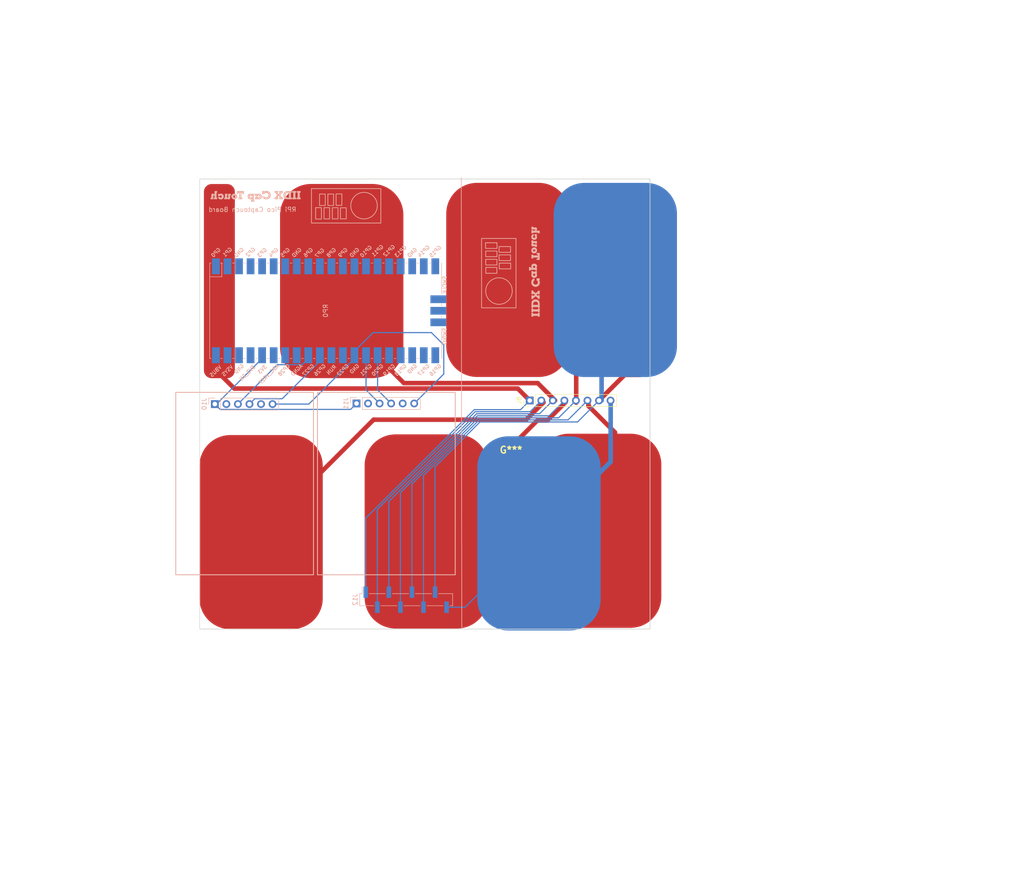
<source format=kicad_pcb>
(kicad_pcb (version 20221018) (generator pcbnew)
  (layers (0 "F.Cu" signal) (31 "B.Cu" signal) (34 "B.Paste" user) (35 "F.Paste" user) (36 "B.SilkS" user "B.Silkscreen") (37 "F.SilkS" user "F.Silkscreen") (38 "B.Mask" user) (39 "F.Mask" user) (44 "Edge.Cuts" user))
  (net 0 "")
  (net 1 "Net-(J1-Pin_1)")
  (net 35 "/SCL2")
  (net 36 "/SDA2")
  (net 37 "GND")
  (net 38 "/SCL1")
  (net 39 "/SDA1")
  (net 40 "+3.3V")
  (net 45 "Net-(J12-Pin_3)")
  (net 46 "Net-(J12-Pin_4)")
  (net 47 "Net-(J12-Pin_5)")
  (net 48 "Net-(J12-Pin_6)")
  (net 49 "Net-(J12-Pin_7)")
  (net 50 "Net-(J12-Pin_8)")
  (net 51 "Net-(J12-Pin_1)")
  (footprint "Connector_PinHeader_2.54mm:PinHeader_1x08_P2.54mm_Vertical" (layer "F.Cu") (at 169.899833 80.527328 90)
    (fp_text reference "J8" (at 0 -2.33 90) (layer "F.SilkS"))
    (fp_text value "Conn_01x05_Pin")
    (pad "1" thru_hole rect (at 0 0 90) (size 1.7 1.7) (drill 1) (layers "*.Cu" "*.Mask") (net 51 "Net-(J12-Pin_1)"))
    (pad "2" thru_hole oval (at 0 2.54 90) (size 1.7 1.7) (drill 1) (layers "*.Cu" "*.Mask") (net 1 "Net-(J1-Pin_1)"))
    (pad "3" thru_hole oval (at 0 5.08 90) (size 1.7 1.7) (drill 1) (layers "*.Cu" "*.Mask") (net 45 "Net-(J12-Pin_3)"))
    (pad "4" thru_hole oval (at 0 7.62 90) (size 1.7 1.7) (drill 1) (layers "*.Cu" "*.Mask") (net 46 "Net-(J12-Pin_4)"))
    (pad "5" thru_hole oval (at 0 10.16 90) (size 1.7 1.7) (drill 1) (layers "*.Cu" "*.Mask") (net 47 "Net-(J12-Pin_5)"))
    (pad "6" thru_hole oval (at 0 12.7 90) (size 1.7 1.7) (drill 1) (layers "*.Cu" "*.Mask") (net 48 "Net-(J12-Pin_6)"))
    (pad "7" thru_hole oval (at 0 15.24 90) (size 1.7 1.7) (drill 1) (layers "*.Cu" "*.Mask") (net 49 "Net-(J12-Pin_7)"))
    (pad "8" thru_hole oval (at 0 17.78 90) (size 1.7 1.7) (drill 1) (layers "*.Cu" "*.Mask") (net 50 "Net-(J12-Pin_8)"))
  )
  (footprint "clipboard:4807e8d7-bff8-4c85-8422-397af0b06065" (layer "F.Cu") (at 97.407091 32.432623)
    (fp_text reference "J9" hide)
    (fp_text value "Conn_01x01" hide)
    (pad "1" smd roundrect (at 4.214812 21.81225) (size 6.810375 42.7355) (layers "F.Cu" "F.Paste" "F.Mask") (net 51 "Net-(J12-Pin_1)"))
  )
  (footprint "clipboard:4807e8d7-bff8-4c85-8422-397af0b06065" (layer "F.Cu") (at 132.767597 87.534116)
    (fp_text reference "J3" hide)
    (fp_text value "Conn_01x01" hide)
    (pad "1" smd roundrect (at 14.374812 21.81225) (size 27.130375 42.7355) (layers "F.Cu" "F.Paste" "F.Mask") (net 46 "Net-(J12-Pin_4)"))
  )
  (footprint "clipboard:4807e8d7-bff8-4c85-8422-397af0b06065" (layer "F.Cu") (at 188.13958 32.184643)
    (fp_text reference "J6" hide)
    (fp_text value "Conn_01x01" hide)
    (pad "1" smd roundrect (at 4.214812 21.81225) (size 6.810375 42.7355) (layers "F.Cu" "F.Paste" "F.Mask") (net 49 "Net-(J12-Pin_7)"))
  )
  (footprint "clipboard:4807e8d7-bff8-4c85-8422-397af0b06065" (layer "F.Cu") (at 150.717017 32.168659)
    (fp_text reference "J4" hide)
    (fp_text value "Conn_01x01" hide)
    (pad "1" smd roundrect (at 14.374812 21.81225) (size 27.130375 42.7355) (layers "F.Cu" "F.Paste" "F.Mask") (net 47 "Net-(J12-Pin_5)"))
  )
  (footprint "clipboard:4807e8d7-bff8-4c85-8422-397af0b06065" (layer "F.Cu") (at 114.160371 32.417368)
    (fp_text reference "J2" hide)
    (fp_text value "Conn_01x01" hide)
    (pad "1" smd roundrect (at 14.374812 21.81225) (size 27.130375 42.7355) (layers "F.Cu" "F.Paste" "F.Mask") (net 45 "Net-(J12-Pin_3)"))
  )
  (footprint "LOGO" (layer "F.Cu") (at 165.637088 90.660442)
    (fp_text reference "G***" (at 0.150169 0.750845) (layer "F.SilkS") (effects (font (size 1.5 1.5) (thickness 0.3))))
    (fp_text value "LOGO" hide)
  )
  (footprint "clipboard:4807e8d7-bff8-4c85-8422-397af0b06065" (layer "F.Cu") (at 170.910529 87.383947)
    (fp_text reference "J5" hide)
    (fp_text value "Conn_01x01" hide)
    (pad "1" smd roundrect (at 14.374812 21.81225) (size 27.130375 42.7355) (layers "F.Cu" "F.Paste" "F.Mask") (net 48 "Net-(J12-Pin_6)"))
  )
  (footprint "clipboard:4807e8d7-bff8-4c85-8422-397af0b06065" (layer "F.Cu") (at 96.426694 87.684285)
    (fp_text reference "J1" hide)
    (fp_text value "Conn_01x01" hide)
    (pad "1" smd roundrect (at 14.374812 21.81225) (size 27.130375 42.7355) (layers "F.Cu" "F.Paste" "F.Mask") (net 1 "Net-(J1-Pin_1)"))
  )
  (footprint "LOGO" (layer "B.Cu") (at 171.200729 32.506183 90)
    (fp_text reference "G***" hide)
    (fp_text value "LOGO" hide)
  )
  (footprint "clipboard:4807e8d7-bff8-4c85-8422-397af0b06065" (layer "B.Cu") (at 186.306565 87.963536 180)
    (fp_text reference "J7" hide)
    (fp_text value "Conn_01x01" hide)
    (pad "1" smd roundrect (at 14.374812 -21.81225 180) (size 27.130375 42.7355) (layers "B.Cu" "B.Paste" "B.Mask") (net 50 "Net-(J12-Pin_8)"))
  )
  (footprint "Connector_PinHeader_2.54mm:PinHeader_1x08_P2.54mm_Vertical_SMD_Pin1Left" (layer "B.Cu") (at 142.717731 124.368728 -90)
    (fp_text reference "J12" (at 0 11.22 90) (layer "B.SilkS") (effects (justify mirror)))
    (fp_text value "Conn_01x05_Pin")
    (pad "1" smd rect (at -1.655 8.89 270) (size 2.51 1) (layers "B.Cu" "B.Paste" "B.Mask") (net 51 "Net-(J12-Pin_1)"))
    (pad "2" smd rect (at 1.655 6.35 270) (size 2.51 1) (layers "B.Cu" "B.Paste" "B.Mask") (net 1 "Net-(J1-Pin_1)"))
    (pad "3" smd rect (at -1.655 3.81 270) (size 2.51 1) (layers "B.Cu" "B.Paste" "B.Mask") (net 45 "Net-(J12-Pin_3)"))
    (pad "4" smd rect (at 1.655 1.27 270) (size 2.51 1) (layers "B.Cu" "B.Paste" "B.Mask") (net 46 "Net-(J12-Pin_4)"))
    (pad "5" smd rect (at -1.655 -1.27 270) (size 2.51 1) (layers "B.Cu" "B.Paste" "B.Mask") (net 47 "Net-(J12-Pin_5)"))
    (pad "6" smd rect (at 1.655 -3.81 270) (size 2.51 1) (layers "B.Cu" "B.Paste" "B.Mask") (net 48 "Net-(J12-Pin_6)"))
    (pad "7" smd rect (at -1.655 -6.35 270) (size 2.51 1) (layers "B.Cu" "B.Paste" "B.Mask") (net 49 "Net-(J12-Pin_7)"))
    (pad "8" smd rect (at 1.655 -8.89 270) (size 2.51 1) (layers "B.Cu" "B.Paste" "B.Mask") (net 50 "Net-(J12-Pin_8)"))
  )
  (footprint "LOGO" (layer "B.Cu") (at 89.926793 35.300891 180)
    (fp_text reference "G***" hide)
    (fp_text value "LOGO" hide)
  )
  (footprint "Connector_PinHeader_2.54mm:PinHeader_1x06_P2.54mm_Vertical" (layer "B.Cu") (at 131.788508 81.180273 -90)
    (fp_text reference "J11" (at 0 2.33 90) (layer "B.SilkS") (effects (justify mirror)))
    (fp_text value "Conn_01x06")
    (pad "1" thru_hole rect (at 0 0 270) (size 1.7 1.7) (drill 1) (layers "*.Cu" "*.Mask") (net 40 "+3.3V"))
    (pad "2" thru_hole oval (at 0 -2.54 270) (size 1.7 1.7) (drill 1) (layers "*.Cu" "*.Mask"))
    (pad "3" thru_hole oval (at 0 -5.08 270) (size 1.7 1.7) (drill 1) (layers "*.Cu" "*.Mask") (net 35 "/SCL2"))
    (pad "4" thru_hole oval (at 0 -7.62 270) (size 1.7 1.7) (drill 1) (layers "*.Cu" "*.Mask") (net 36 "/SDA2"))
    (pad "5" thru_hole oval (at 0 -10.16 270) (size 1.7 1.7) (drill 1) (layers "*.Cu" "*.Mask"))
    (pad "6" thru_hole oval (at 0 -12.7 270) (size 1.7 1.7) (drill 1) (layers "*.Cu" "*.Mask") (net 37 "GND"))
  )
  (footprint "RPi_Pico_SMD_TH" (layer "B.Cu") (at 124.994654 60.775093 -90)
    (fp_text reference "RP0" (at 0 0 90) (layer "B.SilkS") (effects (justify mirror)))
    (fp_text value "Conn_02x20_Counter_Clockwise")
    (fp_text user "GP11" (at -13.2 -11.43 -135) (layer "B.SilkS") (effects (font (size 0.8 0.8)) (justify mirror)))
    (fp_text user "AGND" (at 13.054 6.35 -135) (layer "B.SilkS") (effects (font (size 0.8 0.8)) (justify mirror)))
    (fp_text user "GND" (at 12.8 -19.05 -135) (layer "B.SilkS") (effects (font (size 0.8 0.8)) (justify mirror)))
    (fp_text user "VBUS" (at 13.3 24.2 -135) (layer "B.SilkS") (effects (font (size 0.8 0.8)) (justify mirror)))
    (fp_text user "GND" (at 12.8 19.05 -135) (layer "B.SilkS") (effects (font (size 0.8 0.8)) (justify mirror)))
    (fp_text user "GP13" (at -13.054 -16.51 -135) (layer "B.SilkS") (effects (font (size 0.8 0.8)) (justify mirror)))
    (fp_text user "ADC_VREF" (at 14 12.5 -135) (layer "B.SilkS") (effects (font (size 0.8 0.8)) (justify mirror)))
    (fp_text user "GP4" (at -12.8 11.43 -135) (layer "B.SilkS") (effects (font (size 0.8 0.8)) (justify mirror)))
    (fp_text user "GP7" (at -12.7 1.3 -135) (layer "B.SilkS") (effects (font (size 0.8 0.8)) (justify mirror)))
    (fp_text user "GP15" (at -13.054 -24.13 -135) (layer "B.SilkS") (effects (font (size 0.8 0.8)) (justify mirror)))
    (fp_text user "GP17" (at 13.054 -21.59 -135) (layer "B.SilkS") (effects (font (size 0.8 0.8)) (justify mirror)))
    (fp_text user "GP26" (at 13.054 1.27 -135) (layer "B.SilkS") (effects (font (size 0.8 0.8)) (justify mirror)))
    (fp_text user "SWCLK" (at -5.7 -26.2 90) (layer "B.SilkS") (effects (font (size 0.8 0.8)) (justify mirror)))
    (fp_text user "3V3_EN" (at 13.7 17.2 -135) (layer "B.SilkS") (effects (font (size 0.8 0.8)) (justify mirror)))
    (fp_text user "3V3" (at 12.9 13.9 -135) (layer "B.SilkS") (effects (font (size 0.8 0.8)) (justify mirror)))
    (fp_text user "GP8" (at -12.8 -1.27 -135) (layer "B.SilkS") (effects (font (size 0.8 0.8)) (justify mirror)))
    (fp_text user "GP16" (at 13.054 -24.13 -135) (layer "B.SilkS") (effects (font (size 0.8 0.8)) (justify mirror)))
    (fp_text user "GND" (at 12.8 -6.35 -135) (layer "B.SilkS") (effects (font (size 0.8 0.8)) (justify mirror)))
    (fp_text user "GND" (at -12.8 6.35 -135) (layer "B.SilkS") (effects (font (size 0.8 0.8)) (justify mirror)))
    (fp_text user "GP28" (at 13.054 9.144 -135) (layer "B.SilkS") (effects (font (size 0.8 0.8)) (justify mirror)))
    (fp_text user "GP9" (at -12.8 -3.81 -135) (layer "B.SilkS") (effects (font (size 0.8 0.8)) (justify mirror)))
    (fp_text user "SWDIO" (at 5.6 -26.2 90) (layer "B.SilkS") (effects (font (size 0.8 0.8)) (justify mirror)))
    (fp_text user "GP5" (at -12.8 8.89 -135) (layer "B.SilkS") (effects (font (size 0.8 0.8)) (justify mirror)))
    (fp_text user "GP0" (at -12.8 24.13 -135) (layer "B.SilkS") (effects (font (size 0.8 0.8)) (justify mirror)))
    (fp_text user "GP3" (at -12.8 13.97 -135) (layer "B.SilkS") (effects (font (size 0.8 0.8)) (justify mirror)))
    (fp_text user "GND" (at -12.8 -19.05 -135) (layer "B.SilkS") (effects (font (size 0.8 0.8)) (justify mirror)))
    (fp_text user "GND" (at -12.8 19.05 -135) (layer "B.SilkS") (effects (font (size 0.8 0.8)) (justify mirror)))
    (fp_text user "GP20" (at 13.054 -11.43 -135) (layer "B.SilkS") (effects (font (size 0.8 0.8)) (justify mirror)))
    (fp_text user "GP19" (at 13.054 -13.97 -135) (layer "B.SilkS") (effects (font (size 0.8 0.8)) (justify mirror)))
    (fp_text user "GP2" (at -12.9 16.51 -135) (layer "B.SilkS") (effects (font (size 0.8 0.8)) (justify mirror)))
    (fp_text user "GP18" (at 13.054 -16.51 -135) (layer "B.SilkS") (effects (font (size 0.8 0.8)) (justify mirror)))
    (fp_text user "GP6" (at -12.8 3.81 -135) (layer "B.SilkS") (effects (font (size 0.8 0.8)) (justify mirror)))
    (fp_text user "GP21" (at 13.054 -8.9 -135) (layer "B.SilkS") (effects (font (size 0.8 0.8)) (justify mirror)))
    (fp_text user "GP22" (at 13.054 -3.81 -135) (layer "B.SilkS") (effects (font (size 0.8 0.8)) (justify mirror)))
    (fp_text user "GND" (at -12.8 -6.35 -135) (layer "B.SilkS") (effects (font (size 0.8 0.8)) (justify mirror)))
    (fp_text user "GP14" (at -13.1 -21.59 -135) (layer "B.SilkS") (effects (font (size 0.8 0.8)) (justify mirror)))
    (fp_text user "VSYS" (at 13.2 21.59 -135) (layer "B.SilkS") (effects (font (size 0.8 0.8)) (justify mirror)))
    (fp_text user "GP12" (at -13.2 -13.97 -135) (layer "B.SilkS") (effects (font (size 0.8 0.8)) (justify mirror)))
    (fp_text user "GP1" (at -12.9 21.6 -135) (layer "B.SilkS") (effects (font (size 0.8 0.8)) (justify mirror)))
    (fp_text user "GP10" (at -13.054 -8.89 -135) (layer "B.SilkS") (effects (font (size 0.8 0.8)) (justify mirror)))
    (fp_text user "RUN" (at 13 -1.27 -135) (layer "B.SilkS") (effects (font (size 0.8 0.8)) (justify mirror)))
    (fp_text user "GP27" (at 13.054 3.8 -135) (layer "B.SilkS") (effects (font (size 0.8 0.8)) (justify mirror)))
    (pad "1" smd rect (at -8.89 24.13 270) (size 3.5 1.7) (drill (offset -0.9 0)) (layers "B.Cu" "B.Mask"))
    (pad "2" smd rect (at -8.89 21.59 270) (size 3.5 1.7) (drill (offset -0.9 0)) (layers "B.Cu" "B.Mask"))
    (pad "3" smd rect (at -8.89 19.05 270) (size 3.5 1.7) (drill (offset -0.9 0)) (layers "B.Cu" "B.Mask"))
    (pad "4" smd rect (at -8.89 16.51 270) (size 3.5 1.7) (drill (offset -0.9 0)) (layers "B.Cu" "B.Mask"))
    (pad "5" smd rect (at -8.89 13.97 270) (size 3.5 1.7) (drill (offset -0.9 0)) (layers "B.Cu" "B.Mask"))
    (pad "6" smd rect (at -8.89 11.43 270) (size 3.5 1.7) (drill (offset -0.9 0)) (layers "B.Cu" "B.Mask"))
    (pad "7" smd rect (at -8.89 8.89 270) (size 3.5 1.7) (drill (offset -0.9 0)) (layers "B.Cu" "B.Mask"))
    (pad "8" smd rect (at -8.89 6.35 270) (size 3.5 1.7) (drill (offset -0.9 0)) (layers "B.Cu" "B.Mask"))
    (pad "9" smd rect (at -8.89 3.81 270) (size 3.5 1.7) (drill (offset -0.9 0)) (layers "B.Cu" "B.Mask"))
    (pad "10" smd rect (at -8.89 1.27 270) (size 3.5 1.7) (drill (offset -0.9 0)) (layers "B.Cu" "B.Mask"))
    (pad "11" smd rect (at -8.89 -1.27 270) (size 3.5 1.7) (drill (offset -0.9 0)) (layers "B.Cu" "B.Mask"))
    (pad "12" smd rect (at -8.89 -3.81 270) (size 3.5 1.7) (drill (offset -0.9 0)) (layers "B.Cu" "B.Mask"))
    (pad "13" smd rect (at -8.89 -6.35 270) (size 3.5 1.7) (drill (offset -0.9 0)) (layers "B.Cu" "B.Mask"))
    (pad "14" smd rect (at -8.89 -8.89 270) (size 3.5 1.7) (drill (offset -0.9 0)) (layers "B.Cu" "B.Mask"))
    (pad "15" smd rect (at -8.89 -11.43 270) (size 3.5 1.7) (drill (offset -0.9 0)) (layers "B.Cu" "B.Mask"))
    (pad "16" smd rect (at -8.89 -13.97 270) (size 3.5 1.7) (drill (offset -0.9 0)) (layers "B.Cu" "B.Mask"))
    (pad "17" smd rect (at -8.89 -16.51 270) (size 3.5 1.7) (drill (offset -0.9 0)) (layers "B.Cu" "B.Mask"))
    (pad "18" smd rect (at -8.89 -19.05 270) (size 3.5 1.7) (drill (offset -0.9 0)) (layers "B.Cu" "B.Mask"))
    (pad "19" smd rect (at -8.89 -21.59 270) (size 3.5 1.7) (drill (offset -0.9 0)) (layers "B.Cu" "B.Mask"))
    (pad "20" smd rect (at -8.89 -24.13 270) (size 3.5 1.7) (drill (offset -0.9 0)) (layers "B.Cu" "B.Mask"))
    (pad "21" smd rect (at 8.89 -24.13 270) (size 3.5 1.7) (drill (offset 0.9 0)) (layers "B.Cu" "B.Mask"))
    (pad "22" smd rect (at 8.89 -21.59 270) (size 3.5 1.7) (drill (offset 0.9 0)) (layers "B.Cu" "B.Mask"))
    (pad "23" smd rect (at 8.89 -19.05 270) (size 3.5 1.7) (drill (offset 0.9 0)) (layers "B.Cu" "B.Mask"))
    (pad "24" smd rect (at 8.89 -16.51 270) (size 3.5 1.7) (drill (offset 0.9 0)) (layers "B.Cu" "B.Mask"))
    (pad "25" smd rect (at 8.89 -13.97 270) (size 3.5 1.7) (drill (offset 0.9 0)) (layers "B.Cu" "B.Mask"))
    (pad "26" smd rect (at 8.89 -11.43 270) (size 3.5 1.7) (drill (offset 0.9 0)) (layers "B.Cu" "B.Mask") (net 36 "/SDA2"))
    (pad "27" smd rect (at 8.89 -8.89 270) (size 3.5 1.7) (drill (offset 0.9 0)) (layers "B.Cu" "B.Mask") (net 35 "/SCL2"))
    (pad "28" smd rect (at 8.89 -6.35 270) (size 3.5 1.7) (drill (offset 0.9 0)) (layers "B.Cu" "B.Mask") (net 37 "GND"))
    (pad "29" smd rect (at 8.89 -3.81 270) (size 3.5 1.7) (drill (offset 0.9 0)) (layers "B.Cu" "B.Mask"))
    (pad "30" smd rect (at 8.89 -1.27 270) (size 3.5 1.7) (drill (offset 0.9 0)) (layers "B.Cu" "B.Mask"))
    (pad "31" smd rect (at 8.89 1.27 270) (size 3.5 1.7) (drill (offset 0.9 0)) (layers "B.Cu" "B.Mask") (net 39 "/SDA1"))
    (pad "32" smd rect (at 8.89 3.81 270) (size 3.5 1.7) (drill (offset 0.9 0)) (layers "B.Cu" "B.Mask") (net 38 "/SCL1"))
    (pad "33" smd rect (at 8.89 6.35 270) (size 3.5 1.7) (drill (offset 0.9 0)) (layers "B.Cu" "B.Mask"))
    (pad "34" smd rect (at 8.89 8.89 270) (size 3.5 1.7) (drill (offset 0.9 0)) (layers "B.Cu" "B.Mask"))
    (pad "35" smd rect (at 8.89 11.43 270) (size 3.5 1.7) (drill (offset 0.9 0)) (layers "B.Cu" "B.Mask"))
    (pad "36" smd rect (at 8.89 13.97 270) (size 3.5 1.7) (drill (offset 0.9 0)) (layers "B.Cu" "B.Mask") (net 40 "+3.3V"))
    (pad "37" smd rect (at 8.89 16.51 270) (size 3.5 1.7) (drill (offset 0.9 0)) (layers "B.Cu" "B.Mask"))
    (pad "38" smd rect (at 8.89 19.05 270) (size 3.5 1.7) (drill (offset 0.9 0)) (layers "B.Cu" "B.Mask") (net 37 "GND"))
    (pad "39" smd rect (at 8.89 21.59 270) (size 3.5 1.7) (drill (offset 0.9 0)) (layers "B.Cu" "B.Mask"))
    (pad "40" smd rect (at 8.89 24.13 270) (size 3.5 1.7) (drill (offset 0.9 0)) (layers "B.Cu" "B.Mask"))
    (pad "41" smd rect (at -2.54 -23.9 180) (size 3.5 1.7) (drill (offset -0.9 0)) (layers "B.Cu" "B.Mask"))
    (pad "42" smd rect (at 0 -23.9 180) (size 3.5 1.7) (drill (offset -0.9 0)) (layers "B.Cu" "B.Mask"))
    (pad "43" smd rect (at 2.54 -23.9 180) (size 3.5 1.7) (drill (offset -0.9 0)) (layers "B.Cu" "B.Mask"))
  )
  (footprint "clipboard:4807e8d7-bff8-4c85-8422-397af0b06065" (layer "B.Cu") (at 203.101535 32.177465 180)
    (fp_text reference "J6" hide)
    (fp_text value "Conn_01x01" hide)
    (pad "1" smd roundrect (at 14.374812 -21.81225 180) (size 27.130375 42.7355) (layers "B.Cu" "B.Paste" "B.Mask") (net 49 "Net-(J12-Pin_7)"))
  )
  (footprint "Connector_PinHeader_2.54mm:PinHeader_1x06_P2.54mm_Vertical" (layer "B.Cu") (at 100.619644 81.310065 -90)
    (fp_text reference "J10" (at 0 2.33 90) (layer "B.SilkS") (effects (justify mirror)))
    (fp_text value "Conn_01x06")
    (pad "1" thru_hole rect (at 0 0 270) (size 1.7 1.7) (drill 1) (layers "*.Cu" "*.Mask") (net 40 "+3.3V"))
    (pad "2" thru_hole oval (at 0 -2.54 270) (size 1.7 1.7) (drill 1) (layers "*.Cu" "*.Mask"))
    (pad "3" thru_hole oval (at 0 -5.08 270) (size 1.7 1.7) (drill 1) (layers "*.Cu" "*.Mask") (net 38 "/SCL1"))
    (pad "4" thru_hole oval (at 0 -7.62 270) (size 1.7 1.7) (drill 1) (layers "*.Cu" "*.Mask") (net 39 "/SDA1"))
    (pad "5" thru_hole oval (at 0 -10.16 270) (size 1.7 1.7) (drill 1) (layers "*.Cu" "*.Mask"))
    (pad "6" thru_hole oval (at 0 -12.7 270) (size 1.7 1.7) (drill 1) (layers "*.Cu" "*.Mask") (net 37 "GND"))
  )
  (gr_rect (start 163.195663 50.287892) (end 165.712992 51.547655) (stroke (width 0.15)) (fill none) (layer "B.SilkS"))
  (gr_rect (start 127.301449 37.571005) (end 128.561212 35.053676) (stroke (width 0.15)) (fill none) (layer "B.SilkS"))
  (gr_rect (start 121.875496 41.464733) (end 137.137118 33.885833) (stroke (width 0.15)) (fill none) (layer "B.SilkS"))
  (gr_rect (start 159.301935 44.861939) (end 166.880835 60.123561) (stroke (width 0.15)) (fill none) (layer "B.SilkS"))
  (gr_rect (start 123.206259 78.74) (end 153.507784 118.888093) (stroke (width 0.2)) (fill none) (layer "B.SilkS"))
  (gr_circle (center 163.133408 56.430516) (end 160.898794 54.551858) (stroke (width 0.15)) (fill none) (layer "B.SilkS"))
  (gr_rect (start 122.804388 40.588576) (end 124.064151 38.071247) (stroke (width 0.15)) (fill none) (layer "B.SilkS"))
  (gr_rect (start 160.211601 47.630671) (end 162.689561 48.856559) (stroke (width 0.15)) (fill none) (layer "B.SilkS"))
  (gr_rect (start 125.485047 37.606161) (end 126.74481 35.088832) (stroke (width 0.15)) (fill none) (layer "B.SilkS"))
  (gr_line (start 154.832506 31.418221) (end 154.950635 130.471881) (stroke (width 0.15)) (layer "B.SilkS"))
  (gr_circle (center 133.444073 37.63326) (end 131.565415 39.867874) (stroke (width 0.15)) (fill none) (layer "B.SilkS"))
  (gr_rect (start 160.230827 51.234178) (end 162.660265 52.517378) (stroke (width 0.15)) (fill none) (layer "B.SilkS"))
  (gr_rect (start 92.020682 78.736795) (end 122.322207 118.884888) (stroke (width 0.2)) (fill none) (layer "B.SilkS"))
  (gr_rect (start 160.178092 45.790831) (end 162.695421 47.050594) (stroke (width 0.15)) (fill none) (layer "B.SilkS"))
  (gr_rect (start 123.656926 37.606161) (end 124.916689 35.088832) (stroke (width 0.15)) (fill none) (layer "B.SilkS"))
  (gr_rect (start 124.644228 40.555067) (end 125.870116 38.077107) (stroke (width 0.15)) (fill none) (layer "B.SilkS"))
  (gr_rect (start 126.466489 40.555067) (end 127.709223 38.082966) (stroke (width 0.15)) (fill none) (layer "B.SilkS"))
  (gr_rect (start 163.160507 46.643369) (end 165.677836 47.903132) (stroke (width 0.15)) (fill none) (layer "B.SilkS"))
  (gr_rect (start 160.211601 49.452932) (end 162.683702 50.695666) (stroke (width 0.15)) (fill none) (layer "B.SilkS"))
  (gr_rect (start 163.160507 48.47149) (end 165.677836 49.731253) (stroke (width 0.15)) (fill none) (layer "B.SilkS"))
  (gr_rect (start 128.247735 40.535841) (end 129.530935 38.106403) (stroke (width 0.15)) (fill none) (layer "B.SilkS"))
  (gr_rect (start 97.299566 130.8247) (end 196.359566 31.7647) (stroke (width 0.1)) (fill none) (layer "Edge.Cuts"))
  (gr_rect (start 97.300026 31.772913) (end 196.360026 130.832913) (stroke (width 0.1)) (fill none) (layer "Edge.Cuts"))
  (gr_text "RPi Pico Captouch Board" (at 118.636582 39.080387) (layer "B.SilkS") (effects (font (size 1 1)) (justify left bottom mirror)))
  (segment (start 169.122676 84.747502) (end 172.945861 80.924317) (width 1) (layer "F.Cu") (net 1))
  (segment (start 135.550539 84.747502) (end 169.122676 84.747502) (width 1) (layer "F.Cu") (net 1))
  (segment (start 110.801506 109.496535) (end 135.550539 84.747502) (width 1) (layer "F.Cu") (net 1))
  (segment (start 136.367731 104.506017) (end 136.367731 126.023728) (width 0.25) (layer "B.Cu") (net 1))
  (segment (start 169.971003 82.996158) (end 157.87759 82.996158) (width 0.25) (layer "B.Cu") (net 1))
  (segment (start 157.87759 82.996158) (end 136.367731 104.506017) (width 0.25) (layer "B.Cu") (net 1))
  (segment (start 172.439833 80.527328) (end 169.971003 82.996158) (width 0.25) (layer "B.Cu") (net 1))
  (segment (start 133.884654 78.196419) (end 133.884654 69.665093) (width 0.25) (layer "B.Cu") (net 35))
  (segment (start 136.868508 81.180273) (end 133.884654 78.196419) (width 0.25) (layer "B.Cu") (net 35))
  (segment (start 136.424654 78.196419) (end 136.424654 69.665093) (width 0.25) (layer "B.Cu") (net 36))
  (segment (start 139.408508 81.180273) (end 136.424654 78.196419) (width 0.25) (layer "B.Cu") (net 36))
  (segment (start 148.275314 65.582731) (end 135.427016 65.582731) (width 0.25) (layer "B.Cu") (net 37))
  (segment (start 121.309682 81.310065) (end 131.344654 71.275093) (width 0.25) (layer "B.Cu") (net 37))
  (segment (start 150.981441 74.68734) (end 150.981441 68.288858) (width 0.25) (layer "B.Cu") (net 37))
  (segment (start 113.319644 81.310065) (end 121.309682 81.310065) (width 0.25) (layer "B.Cu") (net 37))
  (segment (start 135.427016 65.582731) (end 131.344654 69.665093) (width 0.25) (layer "B.Cu") (net 37))
  (segment (start 144.488508 81.180273) (end 150.981441 74.68734) (width 0.25) (layer "B.Cu") (net 37))
  (segment (start 131.344654 71.275093) (end 131.344654 69.665093) (width 0.25) (layer "B.Cu") (net 37))
  (segment (start 150.981441 68.288858) (end 148.275314 65.582731) (width 0.25) (layer "B.Cu") (net 37))
  (segment (start 105.699644 81.310065) (end 114.369616 72.640093) (width 0.25) (layer "B.Cu") (net 38))
  (segment (start 121.184654 71.275093) (end 121.184654 69.665093) (width 0.25) (layer "B.Cu") (net 38))
  (segment (start 119.819654 72.640093) (end 121.184654 71.275093) (width 0.25) (layer "B.Cu") (net 38))
  (segment (start 114.369616 72.640093) (end 119.819654 72.640093) (width 0.25) (layer "B.Cu") (net 38))
  (segment (start 115.452782 80.135065) (end 123.724654 71.863193) (width 0.25) (layer "B.Cu") (net 39))
  (segment (start 109.414644 80.135065) (end 115.452782 80.135065) (width 0.25) (layer "B.Cu") (net 39))
  (segment (start 108.239644 81.310065) (end 109.414644 80.135065) (width 0.25) (layer "B.Cu") (net 39))
  (segment (start 123.724654 71.863193) (end 123.724654 69.665093) (width 0.25) (layer "B.Cu") (net 39))
  (segment (start 101.794644 82.485065) (end 130.483716 82.485065) (width 0.25) (layer "B.Cu") (net 40))
  (segment (start 130.483716 82.485065) (end 131.788508 81.180273) (width 0.25) (layer "B.Cu") (net 40))
  (segment (start 100.619644 81.310065) (end 100.989682 81.310065) (width 0.25) (layer "B.Cu") (net 40))
  (segment (start 100.989682 81.310065) (end 111.024654 71.275093) (width 0.25) (layer "B.Cu") (net 40))
  (segment (start 100.619644 81.310065) (end 101.794644 82.485065) (width 0.25) (layer "B.Cu") (net 40))
  (segment (start 111.024654 71.275093) (end 111.024654 69.665093) (width 0.25) (layer "B.Cu") (net 40))
  (segment (start 128.535183 63.00807) (end 142.220803 76.69369) (width 1) (layer "F.Cu") (net 45))
  (segment (start 171.655096 76.69369) (end 175.474774 80.513368) (width 1) (layer "F.Cu") (net 45))
  (segment (start 142.220803 76.69369) (end 171.655096 76.69369) (width 1) (layer "F.Cu") (net 45))
  (segment (start 128.535183 54.229618) (end 128.535183 63.00807) (width 1) (layer "F.Cu") (net 45))
  (segment (start 158.20622 83.446158) (end 138.907731 102.744647) (width 0.25) (layer "B.Cu") (net 45))
  (segment (start 174.979833 80.527328) (end 172.061003 83.446158) (width 0.25) (layer "B.Cu") (net 45))
  (segment (start 138.907731 102.744647) (end 138.907731 122.713728) (width 0.25) (layer "B.Cu") (net 45))
  (segment (start 172.061003 83.446158) (end 158.20622 83.446158) (width 0.25) (layer "B.Cu") (net 45))
  (segment (start 147.142409 109.346366) (end 171.565256 84.923519) (width 1) (layer "F.Cu") (net 46))
  (segment (start 173.751593 84.923519) (end 177.782407 80.892705) (width 1) (layer "F.Cu") (net 46))
  (segment (start 171.565256 84.923519) (end 173.751593 84.923519) (width 1) (layer "F.Cu") (net 46))
  (segment (start 177.519833 80.527328) (end 174.151003 83.896158) (width 0.25) (layer "B.Cu") (net 46))
  (segment (start 174.151003 83.896158) (end 158.392616 83.896158) (width 0.25) (layer "B.Cu") (net 46))
  (segment (start 141.447731 100.841043) (end 141.447731 126.023728) (width 0.25) (layer "B.Cu") (net 46))
  (segment (start 158.392616 83.896158) (end 141.447731 100.841043) (width 0.25) (layer "B.Cu") (net 46))
  (segment (start 165.842663 53.980909) (end 180.121651 68.259897) (width 1) (layer "F.Cu") (net 47))
  (segment (start 165.091829 53.980909) (end 165.842663 53.980909) (width 1) (layer "F.Cu") (net 47))
  (segment (start 180.121651 68.259897) (end 180.121651 81.019151) (width 1) (layer "F.Cu") (net 47))
  (segment (start 176.241003 84.346158) (end 158.579012 84.346158) (width 0.25) (layer "B.Cu") (net 47))
  (segment (start 158.579012 84.346158) (end 143.987731 98.937439) (width 0.25) (layer "B.Cu") (net 47))
  (segment (start 180.059833 80.527328) (end 176.241003 84.346158) (width 0.25) (layer "B.Cu") (net 47))
  (segment (start 143.987731 98.937439) (end 143.987731 122.713728) (width 0.25) (layer "B.Cu") (net 47))
  (segment (start 185.285341 92.150345) (end 188.646932 88.788754) (width 1) (layer "F.Cu") (net 48))
  (segment (start 188.646932 87.552913) (end 182.808621 81.714602) (width 1) (layer "F.Cu") (net 48))
  (segment (start 182.808621 81.714602) (end 182.808621 81.050762) (width 1) (layer "F.Cu") (net 48))
  (segment (start 188.646932 88.788754) (end 188.646932 87.552913) (width 1) (layer "F.Cu") (net 48))
  (segment (start 185.285341 109.196197) (end 185.285341 92.150345) (width 1) (layer "F.Cu") (net 48))
  (segment (start 158.765408 84.796158) (end 146.527731 97.033835) (width 0.25) (layer "B.Cu") (net 48))
  (segment (start 178.331003 84.796158) (end 158.765408 84.796158) (width 0.25) (layer "B.Cu") (net 48))
  (segment (start 182.599833 80.527328) (end 178.331003 84.796158) (width 0.25) (layer "B.Cu") (net 48))
  (segment (start 146.527731 97.033835) (end 146.527731 126.023728) (width 0.25) (layer "B.Cu") (net 48))
  (segment (start 192.711765 72.955396) (end 192.711765 54.765787) (width 1) (layer "F.Cu") (net 49))
  (segment (start 185.139833 80.527328) (end 192.711765 72.955396) (width 1) (layer "F.Cu") (net 49))
  (segment (start 192.711765 54.765787) (end 192.614299 54.668321) (width 1) (layer "F.Cu") (net 49))
  (segment (start 185.707434 80.560786) (end 185.707434 57.009004) (width 1) (layer "B.Cu") (net 49))
  (segment (start 158.951804 85.246158) (end 180.421003 85.246158) (width 0.25) (layer "B.Cu") (net 49))
  (segment (start 180.421003 85.246158) (end 185.139833 80.527328) (width 0.25) (layer "B.Cu") (net 49))
  (segment (start 149.054561 122.700558) (end 149.054561 95.143401) (width 0.25) (layer "B.Cu") (net 49))
  (segment (start 149.067731 122.713728) (end 149.054561 122.700558) (width 0.25) (layer "B.Cu") (net 49))
  (segment (start 149.054561 95.143401) (end 158.951804 85.246158) (width 0.25) (layer "B.Cu") (net 49))
  (segment (start 185.707434 57.009004) (end 188.726723 53.989715) (width 1) (layer "B.Cu") (net 49))
  (segment (start 151.607731 126.023728) (end 155.683811 126.023728) (width 0.25) (layer "B.Cu") (net 50))
  (segment (start 187.679833 80.527328) (end 187.699426 80.546921) (width 1) (layer "B.Cu") (net 50))
  (segment (start 187.699426 94.008113) (end 171.931753 109.775786) (width 1) (layer "B.Cu") (net 50))
  (segment (start 187.699426 80.546921) (end 187.699426 94.008113) (width 1) (layer "B.Cu") (net 50))
  (segment (start 155.683811 126.023728) (end 171.931753 109.775786) (width 0.25) (layer "B.Cu") (net 50))
  (segment (start 167.266195 77.89369) (end 169.899833 80.527328) (width 1) (layer "F.Cu") (net 51))
  (segment (start 104.911959 77.89369) (end 167.266195 77.89369) (width 1) (layer "F.Cu") (net 51))
  (segment (start 101.621903 54.244873) (end 101.621903 74.603634) (width 1) (layer "F.Cu") (net 51))
  (segment (start 101.621903 74.603634) (end 104.911959 77.89369) (width 1) (layer "F.Cu") (net 51))
  (segment (start 133.827731 122.713728) (end 133.827731 106.409621) (width 0.25) (layer "B.Cu") (net 51))
  (segment (start 157.691194 82.546158) (end 167.881003 82.546158) (width 0.25) (layer "B.Cu") (net 51))
  (segment (start 133.827731 106.409621) (end 157.691194 82.546158) (width 0.25) (layer "B.Cu") (net 51))
  (segment (start 167.881003 82.546158) (end 169.899833 80.527328) (width 0.25) (layer "B.Cu") (net 51))
)
</source>
